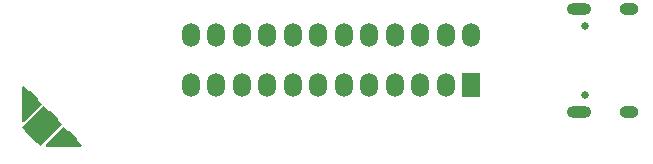
<source format=gbr>
%TF.GenerationSoftware,KiCad,Pcbnew,8.0.4*%
%TF.CreationDate,2024-08-03T15:01:38-07:00*%
%TF.ProjectId,xyp-gpib,7879702d-6770-4696-922e-6b696361645f,2*%
%TF.SameCoordinates,Original*%
%TF.FileFunction,Soldermask,Bot*%
%TF.FilePolarity,Negative*%
%FSLAX46Y46*%
G04 Gerber Fmt 4.6, Leading zero omitted, Abs format (unit mm)*
G04 Created by KiCad (PCBNEW 8.0.4) date 2024-08-03 15:01:38*
%MOMM*%
%LPD*%
G01*
G04 APERTURE LIST*
G04 Aperture macros list*
%AMFreePoly0*
4,1,19,0.500000,0.418198,1.081873,0.418198,1.140652,0.399100,1.176979,0.349100,1.176979,0.287296,1.152584,0.247487,-0.883883,-1.788980,-0.938952,-1.817038,-0.999993,-1.807370,-1.043695,-1.763668,-1.054594,-1.718269,-1.054595,0.318198,-1.035496,0.376977,-0.985496,0.413304,-0.954594,0.418199,-0.500000,0.418198,-0.500000,0.500000,0.500000,0.500000,0.500000,0.418198,0.500000,0.418198,
$1*%
%AMFreePoly1*
4,1,23,0.500000,0.418198,0.954594,0.418199,1.013373,0.399100,1.049700,0.349100,1.054595,0.318198,1.054594,-2.100106,1.035496,-2.158886,0.985496,-2.195213,0.959926,-2.199965,-0.020124,-2.252291,-0.030403,-2.252311,-1.086820,-2.199985,-1.144582,-2.178002,-1.178391,-2.126266,-1.181873,-2.100106,-1.181872,0.318198,-1.162775,0.376977,-1.112775,0.413304,-1.081873,0.418198,-0.500000,0.418198,
-0.500000,0.500000,0.500000,0.500000,0.500000,0.418198,0.500000,0.418198,$1*%
%AMFreePoly2*
4,1,19,0.500000,0.418198,0.954594,0.418199,1.013373,0.399100,1.049700,0.349100,1.054595,0.318198,1.054594,-1.718269,1.035496,-1.777048,0.985496,-1.813375,0.923692,-1.813375,0.883883,-1.788980,-1.152584,0.247487,-1.180642,0.302555,-1.170974,0.363597,-1.127272,0.407299,-1.081873,0.418198,-0.500000,0.418198,-0.500000,0.500000,0.500000,0.500000,0.500000,0.418198,0.500000,0.418198,
$1*%
G04 Aperture macros list end*
%ADD10R,1.500000X2.000000*%
%ADD11O,1.500000X2.000000*%
%ADD12FreePoly0,315.000000*%
%ADD13FreePoly1,315.000000*%
%ADD14FreePoly2,315.000000*%
%ADD15C,0.650000*%
%ADD16O,2.100000X1.000000*%
%ADD17O,1.600000X1.000000*%
G04 APERTURE END LIST*
D10*
%TO.C,GPIB1*%
X218194000Y-84695000D03*
D11*
X218194000Y-80405000D03*
X216034000Y-84695000D03*
X216034000Y-80405000D03*
X213874000Y-84695000D03*
X213874000Y-80405000D03*
X211714000Y-84695000D03*
X211714000Y-80405000D03*
X209554000Y-84695000D03*
X209554000Y-80405000D03*
X207394000Y-84695000D03*
X207394000Y-80405000D03*
X205234000Y-84695000D03*
X205234000Y-80405000D03*
X203074000Y-84695000D03*
X203074000Y-80405000D03*
X200914000Y-84695000D03*
X200914000Y-80405000D03*
X198754000Y-84695000D03*
X198754000Y-80405000D03*
X196594000Y-84695000D03*
X196594000Y-80405000D03*
X194434000Y-84695000D03*
X194434000Y-80405000D03*
%TD*%
D12*
%TO.C,ISP1*%
X184121200Y-89210800D03*
D13*
X182501200Y-87590800D03*
D14*
X180791200Y-85880800D03*
%TD*%
D15*
%TO.C,J1*%
X227836200Y-85486800D03*
X227836200Y-79706800D03*
D16*
X227336200Y-86916800D03*
D17*
X231516200Y-86916800D03*
D16*
X227336200Y-78276800D03*
D17*
X231516200Y-78276800D03*
%TD*%
M02*

</source>
